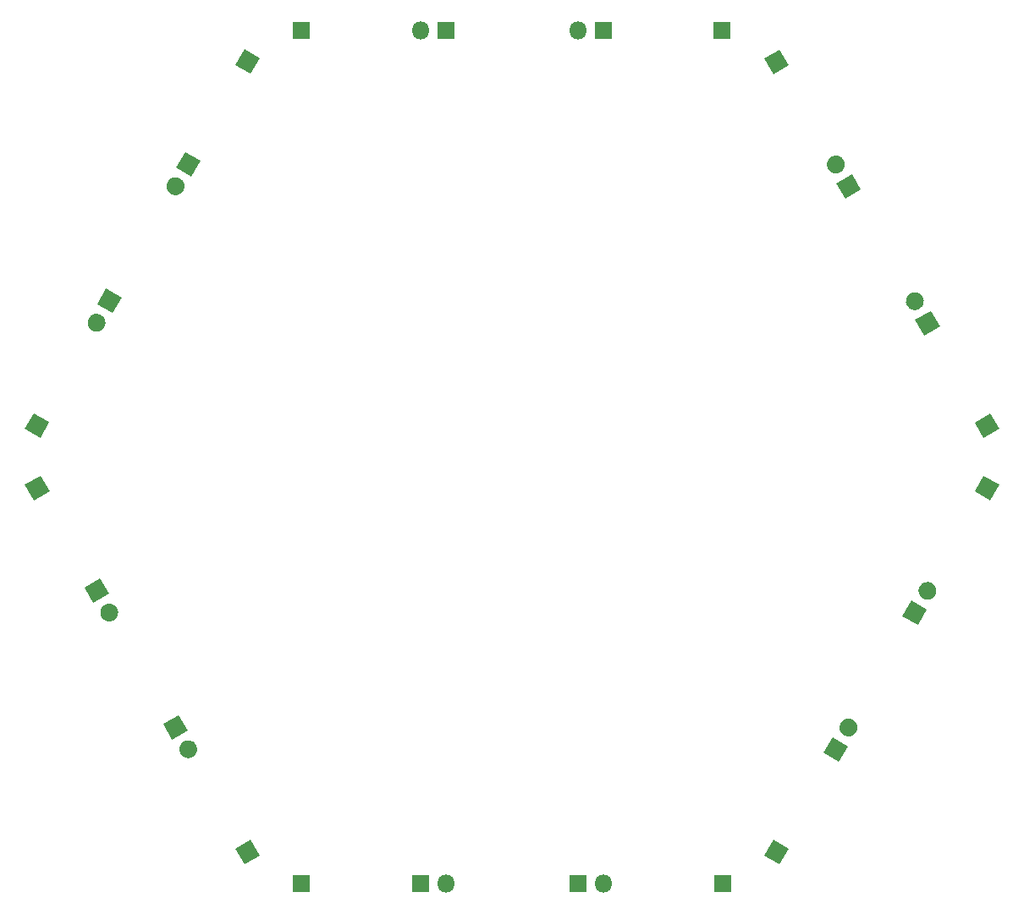
<source format=gbs>
%TF.GenerationSoftware,KiCad,Pcbnew,(5.1.6-0-10_14)*%
%TF.CreationDate,2022-03-25T15:42:39-05:00*%
%TF.ProjectId,ws2812b_hexagon_BACKUP_20220323,77733238-3132-4625-9f68-657861676f6e,rev?*%
%TF.SameCoordinates,Original*%
%TF.FileFunction,Soldermask,Bot*%
%TF.FilePolarity,Negative*%
%FSLAX46Y46*%
G04 Gerber Fmt 4.6, Leading zero omitted, Abs format (unit mm)*
G04 Created by KiCad (PCBNEW (5.1.6-0-10_14)) date 2022-03-25 15:42:39*
%MOMM*%
%LPD*%
G01*
G04 APERTURE LIST*
%ADD10C,0.100000*%
%ADD11R,1.800000X1.800000*%
%ADD12O,1.800000X1.800000*%
G04 APERTURE END LIST*
%TO.C,J22*%
G36*
G01*
X132067028Y-136326694D02*
X132067028Y-136326694D01*
G75*
G02*
X132396451Y-135097271I779423J450000D01*
G01*
X132396451Y-135097271D01*
G75*
G02*
X133625874Y-135426694I450000J-779423D01*
G01*
X133625874Y-135426694D01*
G75*
G02*
X133296451Y-136656117I-779423J-450000D01*
G01*
X133296451Y-136656117D01*
G75*
G02*
X132067028Y-136326694I-450000J779423D01*
G01*
G37*
D10*
G36*
X131247028Y-134906412D02*
G01*
X130347028Y-133347566D01*
X131905874Y-132447566D01*
X132805874Y-134006412D01*
X131247028Y-134906412D01*
G37*
%TD*%
D11*
%TO.C,J18*%
X171862651Y-149293748D03*
D12*
X174402651Y-149293748D03*
%TD*%
D11*
%TO.C,J17*%
X186284307Y-149292789D03*
%TD*%
%TO.C,J20*%
X144197683Y-149296615D03*
%TD*%
D10*
%TO.C,J21*%
G36*
X139117532Y-144936608D02*
G01*
X140017532Y-146495454D01*
X138458686Y-147395454D01*
X137558686Y-145836608D01*
X139117532Y-144936608D01*
G37*
%TD*%
%TO.C,J23*%
G36*
X123349802Y-121224811D02*
G01*
X122449802Y-119665965D01*
X124008648Y-118765965D01*
X124908648Y-120324811D01*
X123349802Y-121224811D01*
G37*
G36*
G01*
X124169802Y-122645093D02*
X124169802Y-122645093D01*
G75*
G02*
X124499225Y-121415670I779423J450000D01*
G01*
X124499225Y-121415670D01*
G75*
G02*
X125728648Y-121745093I450000J-779423D01*
G01*
X125728648Y-121745093D01*
G75*
G02*
X125399225Y-122974516I-779423J-450000D01*
G01*
X125399225Y-122974516D01*
G75*
G02*
X124169802Y-122645093I-450000J779423D01*
G01*
G37*
%TD*%
%TO.C,J24*%
G36*
X118070906Y-108490435D02*
G01*
X118970906Y-110049281D01*
X117412060Y-110949281D01*
X116512060Y-109390435D01*
X118070906Y-108490435D01*
G37*
%TD*%
D12*
%TO.C,J19*%
X158605424Y-149292147D03*
D11*
X156065424Y-149292147D03*
%TD*%
%TO.C,J14*%
G36*
G01*
X207584696Y-120473840D02*
X207584696Y-120473840D01*
G75*
G02*
X206355273Y-120803263I-779423J450000D01*
G01*
X206355273Y-120803263D01*
G75*
G02*
X206025850Y-119573840I450000J779423D01*
G01*
X206025850Y-119573840D01*
G75*
G02*
X207255273Y-119244417I779423J-450000D01*
G01*
X207255273Y-119244417D01*
G75*
G02*
X207584696Y-120473840I-450000J-779423D01*
G01*
G37*
D10*
G36*
X206764696Y-121894122D02*
G01*
X205864696Y-123452968D01*
X204305850Y-122552968D01*
X205205850Y-120994122D01*
X206764696Y-121894122D01*
G37*
%TD*%
%TO.C,J15*%
G36*
X198864696Y-135574121D02*
G01*
X197964696Y-137132967D01*
X196405850Y-136232967D01*
X197305850Y-134674121D01*
X198864696Y-135574121D01*
G37*
G36*
G01*
X199684696Y-134153839D02*
X199684696Y-134153839D01*
G75*
G02*
X198455273Y-134483262I-779423J450000D01*
G01*
X198455273Y-134483262D01*
G75*
G02*
X198125850Y-133253839I450000J779423D01*
G01*
X198125850Y-133253839D01*
G75*
G02*
X199355273Y-132924416I779423J-450000D01*
G01*
X199355273Y-132924416D01*
G75*
G02*
X199684696Y-134153839I-450000J-779423D01*
G01*
G37*
%TD*%
%TO.C,J13*%
G36*
X211515849Y-110062968D02*
G01*
X212415849Y-108504122D01*
X213974695Y-109404122D01*
X213074695Y-110962968D01*
X211515849Y-110062968D01*
G37*
%TD*%
%TO.C,J16*%
G36*
X190475850Y-146512967D02*
G01*
X191375850Y-144954121D01*
X192934696Y-145854121D01*
X192034696Y-147412967D01*
X190475850Y-146512967D01*
G37*
%TD*%
%TO.C,J12*%
G36*
X212422227Y-104712847D02*
G01*
X211522227Y-103154001D01*
X213081073Y-102254001D01*
X213981073Y-103812847D01*
X212422227Y-104712847D01*
G37*
%TD*%
%TO.C,J9*%
G36*
X191375602Y-68266675D02*
G01*
X190475602Y-66707829D01*
X192034448Y-65807829D01*
X192934448Y-67366675D01*
X191375602Y-68266675D01*
G37*
%TD*%
%TO.C,J10*%
G36*
X199246106Y-78296870D02*
G01*
X200146106Y-79855716D01*
X198587260Y-80755716D01*
X197687260Y-79196870D01*
X199246106Y-78296870D01*
G37*
G36*
G01*
X198426106Y-76876588D02*
X198426106Y-76876588D01*
G75*
G02*
X198096683Y-78106011I-779423J-450000D01*
G01*
X198096683Y-78106011D01*
G75*
G02*
X196867260Y-77776588I-450000J779423D01*
G01*
X196867260Y-77776588D01*
G75*
G02*
X197196683Y-76547165I779423J450000D01*
G01*
X197196683Y-76547165D01*
G75*
G02*
X198426106Y-76876588I450000J-779423D01*
G01*
G37*
%TD*%
%TO.C,J11*%
G36*
G01*
X206323333Y-90558188D02*
X206323333Y-90558188D01*
G75*
G02*
X205993910Y-91787611I-779423J-450000D01*
G01*
X205993910Y-91787611D01*
G75*
G02*
X204764487Y-91458188I-450000J779423D01*
G01*
X204764487Y-91458188D01*
G75*
G02*
X205093910Y-90228765I779423J450000D01*
G01*
X205093910Y-90228765D01*
G75*
G02*
X206323333Y-90558188I450000J-779423D01*
G01*
G37*
G36*
X207143333Y-91978470D02*
G01*
X208043333Y-93537316D01*
X206484487Y-94437316D01*
X205584487Y-92878470D01*
X207143333Y-91978470D01*
G37*
%TD*%
D12*
%TO.C,J6*%
X156074808Y-63896332D03*
D11*
X158614808Y-63896332D03*
%TD*%
%TO.C,J7*%
X174412035Y-63897933D03*
D12*
X171872035Y-63897933D03*
%TD*%
D11*
%TO.C,J5*%
X144193151Y-63897289D03*
%TD*%
%TO.C,J8*%
X186279776Y-63893464D03*
%TD*%
D10*
%TO.C,J4*%
G36*
X140006622Y-66687403D02*
G01*
X139106622Y-68246249D01*
X137547776Y-67346249D01*
X138447776Y-65787403D01*
X140006622Y-66687403D01*
G37*
%TD*%
%TO.C,J1*%
G36*
X118966623Y-103137401D02*
G01*
X118066623Y-104696247D01*
X116507777Y-103796247D01*
X117407777Y-102237401D01*
X118966623Y-103137401D01*
G37*
%TD*%
%TO.C,J2*%
G36*
X123717775Y-91306248D02*
G01*
X124617775Y-89747402D01*
X126176621Y-90647402D01*
X125276621Y-92206248D01*
X123717775Y-91306248D01*
G37*
G36*
G01*
X122897775Y-92726530D02*
X122897775Y-92726530D01*
G75*
G02*
X124127198Y-92397107I779423J-450000D01*
G01*
X124127198Y-92397107D01*
G75*
G02*
X124456621Y-93626530I-450000J-779423D01*
G01*
X124456621Y-93626530D01*
G75*
G02*
X123227198Y-93955953I-779423J450000D01*
G01*
X123227198Y-93955953D01*
G75*
G02*
X122897775Y-92726530I450000J779423D01*
G01*
G37*
%TD*%
%TO.C,J3*%
G36*
G01*
X130797775Y-79046531D02*
X130797775Y-79046531D01*
G75*
G02*
X132027198Y-78717108I779423J-450000D01*
G01*
X132027198Y-78717108D01*
G75*
G02*
X132356621Y-79946531I-450000J-779423D01*
G01*
X132356621Y-79946531D01*
G75*
G02*
X131127198Y-80275954I-779423J450000D01*
G01*
X131127198Y-80275954D01*
G75*
G02*
X130797775Y-79046531I450000J779423D01*
G01*
G37*
G36*
X131617775Y-77626249D02*
G01*
X132517775Y-76067403D01*
X134076621Y-76967403D01*
X133176621Y-78526249D01*
X131617775Y-77626249D01*
G37*
%TD*%
M02*

</source>
